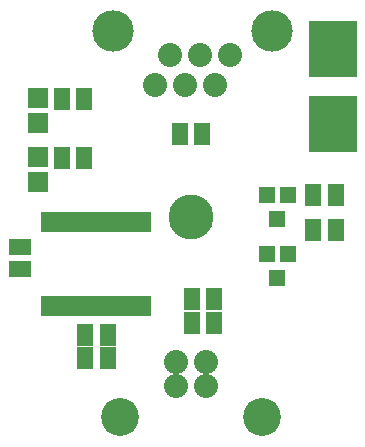
<source format=gts>
G04 (created by PCBNEW-RS274X (2012-jan-04)-stable) date Sun 06 Jan 2013 10:44:23 PM EET*
G01*
G70*
G90*
%MOIN*%
G04 Gerber Fmt 3.4, Leading zero omitted, Abs format*
%FSLAX34Y34*%
G04 APERTURE LIST*
%ADD10C,0.006000*%
%ADD11C,0.080000*%
%ADD12C,0.126300*%
%ADD13C,0.149900*%
%ADD14R,0.036000X0.070000*%
%ADD15R,0.056000X0.056000*%
%ADD16R,0.055000X0.075000*%
%ADD17R,0.075000X0.055000*%
%ADD18C,0.138100*%
%ADD19R,0.067200X0.067200*%
%ADD20R,0.160000X0.185000*%
G04 APERTURE END LIST*
G54D10*
G54D11*
X06799Y-12324D03*
X05799Y-12324D03*
X05799Y-13111D03*
X06799Y-13111D03*
G54D12*
X08661Y-14174D03*
X03937Y-14174D03*
G54D13*
X06299Y-07481D03*
G54D14*
X04800Y-07655D03*
X04550Y-07655D03*
X04290Y-07655D03*
X04030Y-07655D03*
X03780Y-07655D03*
X03520Y-07655D03*
X03260Y-07655D03*
X03010Y-07655D03*
X02750Y-07655D03*
X02500Y-07655D03*
X02240Y-07655D03*
X01980Y-07655D03*
X01730Y-07655D03*
X01470Y-07655D03*
X01470Y-10455D03*
X01730Y-10455D03*
X01970Y-10455D03*
X02240Y-10455D03*
X02500Y-10455D03*
X02750Y-10455D03*
X03010Y-10455D03*
X03260Y-10455D03*
X03520Y-10455D03*
X03780Y-10455D03*
X04030Y-10455D03*
X04290Y-10455D03*
X04550Y-10455D03*
X04800Y-10455D03*
G54D15*
X08811Y-06750D03*
X09511Y-06750D03*
X09161Y-07550D03*
X08811Y-08718D03*
X09511Y-08718D03*
X09161Y-09518D03*
G54D16*
X02775Y-11418D03*
X03525Y-11418D03*
X06675Y-04725D03*
X05925Y-04725D03*
X11111Y-07937D03*
X10361Y-07937D03*
X01987Y-03544D03*
X02737Y-03544D03*
X11111Y-06756D03*
X10361Y-06756D03*
X01987Y-05512D03*
X02737Y-05512D03*
X07068Y-11024D03*
X06318Y-11024D03*
G54D17*
X00591Y-09233D03*
X00591Y-08483D03*
G54D16*
X06318Y-10237D03*
X07068Y-10237D03*
X02775Y-12205D03*
X03525Y-12205D03*
G54D11*
X06099Y-03106D03*
X07099Y-03106D03*
X05099Y-03106D03*
X07599Y-02106D03*
X06599Y-02106D03*
X05599Y-02106D03*
G54D18*
X03699Y-01306D03*
X08999Y-01306D03*
G54D19*
X01181Y-04350D03*
X01181Y-03524D03*
X01181Y-06319D03*
X01181Y-05493D03*
G54D20*
X11024Y-04400D03*
X11024Y-01900D03*
M02*

</source>
